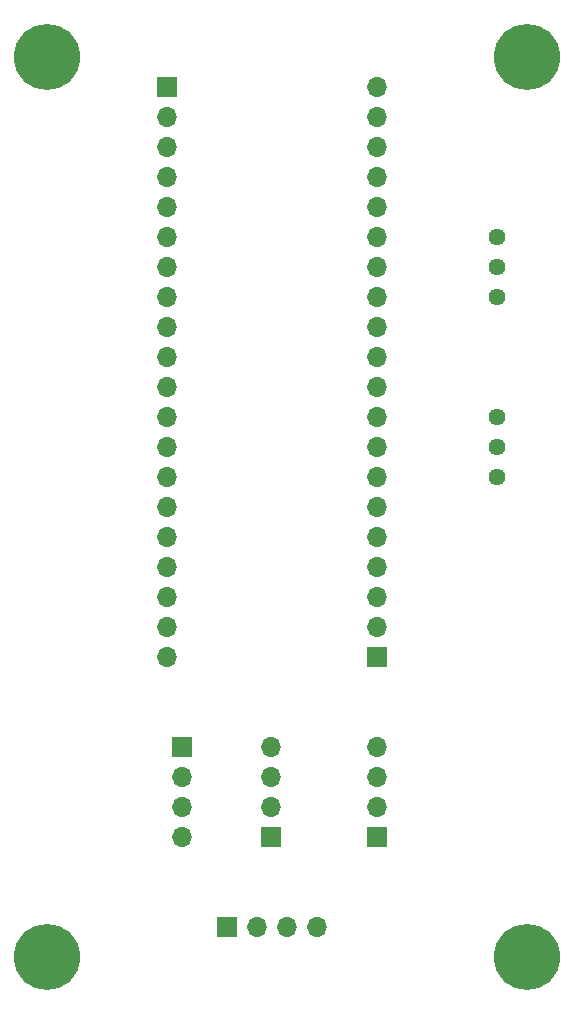
<source format=gbr>
%TF.GenerationSoftware,KiCad,Pcbnew,8.0.3*%
%TF.CreationDate,2024-07-17T23:21:38+09:00*%
%TF.ProjectId,WETHAP_PCB,57455448-4150-45f5-9043-422e6b696361,rev?*%
%TF.SameCoordinates,PX6d9c4d8PY8977a68*%
%TF.FileFunction,Soldermask,Top*%
%TF.FilePolarity,Negative*%
%FSLAX46Y46*%
G04 Gerber Fmt 4.6, Leading zero omitted, Abs format (unit mm)*
G04 Created by KiCad (PCBNEW 8.0.3) date 2024-07-17 23:21:38*
%MOMM*%
%LPD*%
G01*
G04 APERTURE LIST*
%ADD10R,1.700000X1.700000*%
%ADD11O,1.700000X1.700000*%
%ADD12C,5.600000*%
%ADD13C,1.440000*%
G04 APERTURE END LIST*
D10*
%TO.C,DHT20*%
X32385000Y14605000D03*
D11*
X32385000Y17145000D03*
X32385000Y19685000D03*
X32385000Y22225000D03*
%TD*%
D10*
%TO.C,J1*%
X14605000Y78105000D03*
D11*
X14605000Y75565000D03*
X14605000Y73025000D03*
X14605000Y70485000D03*
X14605000Y67945000D03*
X14605000Y65405000D03*
X14605000Y62865000D03*
X14605000Y60325000D03*
X14605000Y57785000D03*
X14605000Y55245000D03*
X14605000Y52705000D03*
X14605000Y50165000D03*
X14605000Y47625000D03*
X14605000Y45085000D03*
X14605000Y42545000D03*
X14605000Y40005000D03*
X14605000Y37465000D03*
X14605000Y34925000D03*
X14605000Y32385000D03*
X14605000Y29845000D03*
%TD*%
D12*
%TO.C,H2*%
X45085000Y80645000D03*
%TD*%
D10*
%TO.C,LPS25HB1*%
X15875000Y22225000D03*
D11*
X15875000Y19685000D03*
X15875000Y17145000D03*
X15875000Y14605000D03*
%TD*%
D10*
%TO.C,SSD1306*%
X19685000Y6985000D03*
D11*
X22225000Y6985000D03*
X24765000Y6985000D03*
X27305000Y6985000D03*
%TD*%
D13*
%TO.C,RV1*%
X42545000Y50165000D03*
X42545000Y47625000D03*
X42545000Y45085000D03*
%TD*%
D10*
%TO.C,J2*%
X32385000Y29845000D03*
D11*
X32385000Y32385000D03*
X32385000Y34925000D03*
X32385000Y37465000D03*
X32385000Y40005000D03*
X32385000Y42545000D03*
X32385000Y45085000D03*
X32385000Y47625000D03*
X32385000Y50165000D03*
X32385000Y52705000D03*
X32385000Y55245000D03*
X32385000Y57785000D03*
X32385000Y60325000D03*
X32385000Y62865000D03*
X32385000Y65405000D03*
X32385000Y67945000D03*
X32385000Y70485000D03*
X32385000Y73025000D03*
X32385000Y75565000D03*
X32385000Y78105000D03*
%TD*%
D13*
%TO.C,RV2*%
X42545000Y65405000D03*
X42545000Y62865000D03*
X42545000Y60325000D03*
%TD*%
D12*
%TO.C,H4*%
X45085000Y4445000D03*
%TD*%
D10*
%TO.C,LPS25HB2*%
X23470000Y14615000D03*
D11*
X23470000Y17155000D03*
X23470000Y19695000D03*
X23470000Y22235000D03*
%TD*%
D12*
%TO.C,H1*%
X4445000Y80645000D03*
%TD*%
%TO.C,H3*%
X4445000Y4445000D03*
%TD*%
M02*

</source>
